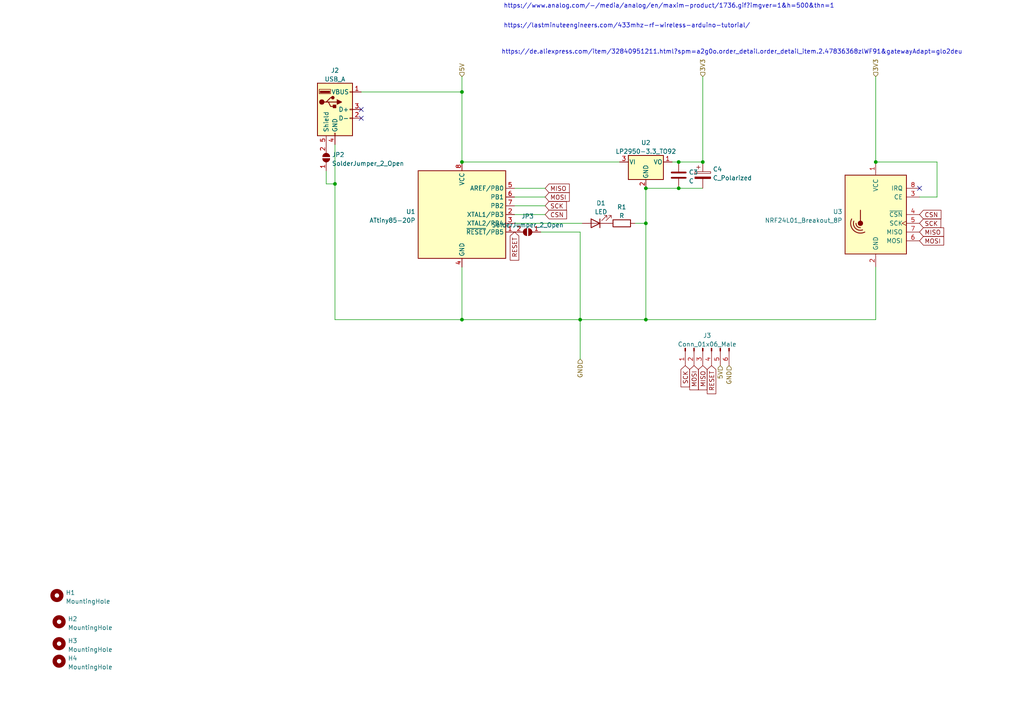
<source format=kicad_sch>
(kicad_sch (version 20211123) (generator eeschema)

  (uuid e63e39d7-6ac0-4ffd-8aa3-1841a4541b55)

  (paper "A4")

  (lib_symbols
    (symbol "Connector:Conn_01x06_Male" (pin_names (offset 1.016) hide) (in_bom yes) (on_board yes)
      (property "Reference" "J" (id 0) (at 0 7.62 0)
        (effects (font (size 1.27 1.27)))
      )
      (property "Value" "Conn_01x06_Male" (id 1) (at 0 -10.16 0)
        (effects (font (size 1.27 1.27)))
      )
      (property "Footprint" "" (id 2) (at 0 0 0)
        (effects (font (size 1.27 1.27)) hide)
      )
      (property "Datasheet" "~" (id 3) (at 0 0 0)
        (effects (font (size 1.27 1.27)) hide)
      )
      (property "ki_keywords" "connector" (id 4) (at 0 0 0)
        (effects (font (size 1.27 1.27)) hide)
      )
      (property "ki_description" "Generic connector, single row, 01x06, script generated (kicad-library-utils/schlib/autogen/connector/)" (id 5) (at 0 0 0)
        (effects (font (size 1.27 1.27)) hide)
      )
      (property "ki_fp_filters" "Connector*:*_1x??_*" (id 6) (at 0 0 0)
        (effects (font (size 1.27 1.27)) hide)
      )
      (symbol "Conn_01x06_Male_1_1"
        (polyline
          (pts
            (xy 1.27 -7.62)
            (xy 0.8636 -7.62)
          )
          (stroke (width 0.1524) (type default) (color 0 0 0 0))
          (fill (type none))
        )
        (polyline
          (pts
            (xy 1.27 -5.08)
            (xy 0.8636 -5.08)
          )
          (stroke (width 0.1524) (type default) (color 0 0 0 0))
          (fill (type none))
        )
        (polyline
          (pts
            (xy 1.27 -2.54)
            (xy 0.8636 -2.54)
          )
          (stroke (width 0.1524) (type default) (color 0 0 0 0))
          (fill (type none))
        )
        (polyline
          (pts
            (xy 1.27 0)
            (xy 0.8636 0)
          )
          (stroke (width 0.1524) (type default) (color 0 0 0 0))
          (fill (type none))
        )
        (polyline
          (pts
            (xy 1.27 2.54)
            (xy 0.8636 2.54)
          )
          (stroke (width 0.1524) (type default) (color 0 0 0 0))
          (fill (type none))
        )
        (polyline
          (pts
            (xy 1.27 5.08)
            (xy 0.8636 5.08)
          )
          (stroke (width 0.1524) (type default) (color 0 0 0 0))
          (fill (type none))
        )
        (rectangle (start 0.8636 -7.493) (end 0 -7.747)
          (stroke (width 0.1524) (type default) (color 0 0 0 0))
          (fill (type outline))
        )
        (rectangle (start 0.8636 -4.953) (end 0 -5.207)
          (stroke (width 0.1524) (type default) (color 0 0 0 0))
          (fill (type outline))
        )
        (rectangle (start 0.8636 -2.413) (end 0 -2.667)
          (stroke (width 0.1524) (type default) (color 0 0 0 0))
          (fill (type outline))
        )
        (rectangle (start 0.8636 0.127) (end 0 -0.127)
          (stroke (width 0.1524) (type default) (color 0 0 0 0))
          (fill (type outline))
        )
        (rectangle (start 0.8636 2.667) (end 0 2.413)
          (stroke (width 0.1524) (type default) (color 0 0 0 0))
          (fill (type outline))
        )
        (rectangle (start 0.8636 5.207) (end 0 4.953)
          (stroke (width 0.1524) (type default) (color 0 0 0 0))
          (fill (type outline))
        )
        (pin passive line (at 5.08 5.08 180) (length 3.81)
          (name "Pin_1" (effects (font (size 1.27 1.27))))
          (number "1" (effects (font (size 1.27 1.27))))
        )
        (pin passive line (at 5.08 2.54 180) (length 3.81)
          (name "Pin_2" (effects (font (size 1.27 1.27))))
          (number "2" (effects (font (size 1.27 1.27))))
        )
        (pin passive line (at 5.08 0 180) (length 3.81)
          (name "Pin_3" (effects (font (size 1.27 1.27))))
          (number "3" (effects (font (size 1.27 1.27))))
        )
        (pin passive line (at 5.08 -2.54 180) (length 3.81)
          (name "Pin_4" (effects (font (size 1.27 1.27))))
          (number "4" (effects (font (size 1.27 1.27))))
        )
        (pin passive line (at 5.08 -5.08 180) (length 3.81)
          (name "Pin_5" (effects (font (size 1.27 1.27))))
          (number "5" (effects (font (size 1.27 1.27))))
        )
        (pin passive line (at 5.08 -7.62 180) (length 3.81)
          (name "Pin_6" (effects (font (size 1.27 1.27))))
          (number "6" (effects (font (size 1.27 1.27))))
        )
      )
    )
    (symbol "Connector:USB_A" (pin_names (offset 1.016)) (in_bom yes) (on_board yes)
      (property "Reference" "J" (id 0) (at -5.08 11.43 0)
        (effects (font (size 1.27 1.27)) (justify left))
      )
      (property "Value" "USB_A" (id 1) (at -5.08 8.89 0)
        (effects (font (size 1.27 1.27)) (justify left))
      )
      (property "Footprint" "" (id 2) (at 3.81 -1.27 0)
        (effects (font (size 1.27 1.27)) hide)
      )
      (property "Datasheet" " ~" (id 3) (at 3.81 -1.27 0)
        (effects (font (size 1.27 1.27)) hide)
      )
      (property "ki_keywords" "connector USB" (id 4) (at 0 0 0)
        (effects (font (size 1.27 1.27)) hide)
      )
      (property "ki_description" "USB Type A connector" (id 5) (at 0 0 0)
        (effects (font (size 1.27 1.27)) hide)
      )
      (property "ki_fp_filters" "USB*" (id 6) (at 0 0 0)
        (effects (font (size 1.27 1.27)) hide)
      )
      (symbol "USB_A_0_1"
        (rectangle (start -5.08 -7.62) (end 5.08 7.62)
          (stroke (width 0.254) (type default) (color 0 0 0 0))
          (fill (type background))
        )
        (circle (center -3.81 2.159) (radius 0.635)
          (stroke (width 0.254) (type default) (color 0 0 0 0))
          (fill (type outline))
        )
        (rectangle (start -1.524 4.826) (end -4.318 5.334)
          (stroke (width 0) (type default) (color 0 0 0 0))
          (fill (type outline))
        )
        (rectangle (start -1.27 4.572) (end -4.572 5.842)
          (stroke (width 0) (type default) (color 0 0 0 0))
          (fill (type none))
        )
        (circle (center -0.635 3.429) (radius 0.381)
          (stroke (width 0.254) (type default) (color 0 0 0 0))
          (fill (type outline))
        )
        (rectangle (start -0.127 -7.62) (end 0.127 -6.858)
          (stroke (width 0) (type default) (color 0 0 0 0))
          (fill (type none))
        )
        (polyline
          (pts
            (xy -3.175 2.159)
            (xy -2.54 2.159)
            (xy -1.27 3.429)
            (xy -0.635 3.429)
          )
          (stroke (width 0.254) (type default) (color 0 0 0 0))
          (fill (type none))
        )
        (polyline
          (pts
            (xy -2.54 2.159)
            (xy -1.905 2.159)
            (xy -1.27 0.889)
            (xy 0 0.889)
          )
          (stroke (width 0.254) (type default) (color 0 0 0 0))
          (fill (type none))
        )
        (polyline
          (pts
            (xy 0.635 2.794)
            (xy 0.635 1.524)
            (xy 1.905 2.159)
            (xy 0.635 2.794)
          )
          (stroke (width 0.254) (type default) (color 0 0 0 0))
          (fill (type outline))
        )
        (rectangle (start 0.254 1.27) (end -0.508 0.508)
          (stroke (width 0.254) (type default) (color 0 0 0 0))
          (fill (type outline))
        )
        (rectangle (start 5.08 -2.667) (end 4.318 -2.413)
          (stroke (width 0) (type default) (color 0 0 0 0))
          (fill (type none))
        )
        (rectangle (start 5.08 -0.127) (end 4.318 0.127)
          (stroke (width 0) (type default) (color 0 0 0 0))
          (fill (type none))
        )
        (rectangle (start 5.08 4.953) (end 4.318 5.207)
          (stroke (width 0) (type default) (color 0 0 0 0))
          (fill (type none))
        )
      )
      (symbol "USB_A_1_1"
        (polyline
          (pts
            (xy -1.905 2.159)
            (xy 0.635 2.159)
          )
          (stroke (width 0.254) (type default) (color 0 0 0 0))
          (fill (type none))
        )
        (pin power_in line (at 7.62 5.08 180) (length 2.54)
          (name "VBUS" (effects (font (size 1.27 1.27))))
          (number "1" (effects (font (size 1.27 1.27))))
        )
        (pin bidirectional line (at 7.62 -2.54 180) (length 2.54)
          (name "D-" (effects (font (size 1.27 1.27))))
          (number "2" (effects (font (size 1.27 1.27))))
        )
        (pin bidirectional line (at 7.62 0 180) (length 2.54)
          (name "D+" (effects (font (size 1.27 1.27))))
          (number "3" (effects (font (size 1.27 1.27))))
        )
        (pin power_in line (at 0 -10.16 90) (length 2.54)
          (name "GND" (effects (font (size 1.27 1.27))))
          (number "4" (effects (font (size 1.27 1.27))))
        )
        (pin passive line (at -2.54 -10.16 90) (length 2.54)
          (name "Shield" (effects (font (size 1.27 1.27))))
          (number "5" (effects (font (size 1.27 1.27))))
        )
      )
    )
    (symbol "Device:C" (pin_numbers hide) (pin_names (offset 0.254)) (in_bom yes) (on_board yes)
      (property "Reference" "C" (id 0) (at 0.635 2.54 0)
        (effects (font (size 1.27 1.27)) (justify left))
      )
      (property "Value" "C" (id 1) (at 0.635 -2.54 0)
        (effects (font (size 1.27 1.27)) (justify left))
      )
      (property "Footprint" "" (id 2) (at 0.9652 -3.81 0)
        (effects (font (size 1.27 1.27)) hide)
      )
      (property "Datasheet" "~" (id 3) (at 0 0 0)
        (effects (font (size 1.27 1.27)) hide)
      )
      (property "ki_keywords" "cap capacitor" (id 4) (at 0 0 0)
        (effects (font (size 1.27 1.27)) hide)
      )
      (property "ki_description" "Unpolarized capacitor" (id 5) (at 0 0 0)
        (effects (font (size 1.27 1.27)) hide)
      )
      (property "ki_fp_filters" "C_*" (id 6) (at 0 0 0)
        (effects (font (size 1.27 1.27)) hide)
      )
      (symbol "C_0_1"
        (polyline
          (pts
            (xy -2.032 -0.762)
            (xy 2.032 -0.762)
          )
          (stroke (width 0.508) (type default) (color 0 0 0 0))
          (fill (type none))
        )
        (polyline
          (pts
            (xy -2.032 0.762)
            (xy 2.032 0.762)
          )
          (stroke (width 0.508) (type default) (color 0 0 0 0))
          (fill (type none))
        )
      )
      (symbol "C_1_1"
        (pin passive line (at 0 3.81 270) (length 2.794)
          (name "~" (effects (font (size 1.27 1.27))))
          (number "1" (effects (font (size 1.27 1.27))))
        )
        (pin passive line (at 0 -3.81 90) (length 2.794)
          (name "~" (effects (font (size 1.27 1.27))))
          (number "2" (effects (font (size 1.27 1.27))))
        )
      )
    )
    (symbol "Device:C_Polarized" (pin_numbers hide) (pin_names (offset 0.254)) (in_bom yes) (on_board yes)
      (property "Reference" "C" (id 0) (at 0.635 2.54 0)
        (effects (font (size 1.27 1.27)) (justify left))
      )
      (property "Value" "C_Polarized" (id 1) (at 0.635 -2.54 0)
        (effects (font (size 1.27 1.27)) (justify left))
      )
      (property "Footprint" "" (id 2) (at 0.9652 -3.81 0)
        (effects (font (size 1.27 1.27)) hide)
      )
      (property "Datasheet" "~" (id 3) (at 0 0 0)
        (effects (font (size 1.27 1.27)) hide)
      )
      (property "ki_keywords" "cap capacitor" (id 4) (at 0 0 0)
        (effects (font (size 1.27 1.27)) hide)
      )
      (property "ki_description" "Polarized capacitor" (id 5) (at 0 0 0)
        (effects (font (size 1.27 1.27)) hide)
      )
      (property "ki_fp_filters" "CP_*" (id 6) (at 0 0 0)
        (effects (font (size 1.27 1.27)) hide)
      )
      (symbol "C_Polarized_0_1"
        (rectangle (start -2.286 0.508) (end 2.286 1.016)
          (stroke (width 0) (type default) (color 0 0 0 0))
          (fill (type none))
        )
        (polyline
          (pts
            (xy -1.778 2.286)
            (xy -0.762 2.286)
          )
          (stroke (width 0) (type default) (color 0 0 0 0))
          (fill (type none))
        )
        (polyline
          (pts
            (xy -1.27 2.794)
            (xy -1.27 1.778)
          )
          (stroke (width 0) (type default) (color 0 0 0 0))
          (fill (type none))
        )
        (rectangle (start 2.286 -0.508) (end -2.286 -1.016)
          (stroke (width 0) (type default) (color 0 0 0 0))
          (fill (type outline))
        )
      )
      (symbol "C_Polarized_1_1"
        (pin passive line (at 0 3.81 270) (length 2.794)
          (name "~" (effects (font (size 1.27 1.27))))
          (number "1" (effects (font (size 1.27 1.27))))
        )
        (pin passive line (at 0 -3.81 90) (length 2.794)
          (name "~" (effects (font (size 1.27 1.27))))
          (number "2" (effects (font (size 1.27 1.27))))
        )
      )
    )
    (symbol "Device:LED" (pin_numbers hide) (pin_names (offset 1.016) hide) (in_bom yes) (on_board yes)
      (property "Reference" "D" (id 0) (at 0 2.54 0)
        (effects (font (size 1.27 1.27)))
      )
      (property "Value" "LED" (id 1) (at 0 -2.54 0)
        (effects (font (size 1.27 1.27)))
      )
      (property "Footprint" "" (id 2) (at 0 0 0)
        (effects (font (size 1.27 1.27)) hide)
      )
      (property "Datasheet" "~" (id 3) (at 0 0 0)
        (effects (font (size 1.27 1.27)) hide)
      )
      (property "ki_keywords" "LED diode" (id 4) (at 0 0 0)
        (effects (font (size 1.27 1.27)) hide)
      )
      (property "ki_description" "Light emitting diode" (id 5) (at 0 0 0)
        (effects (font (size 1.27 1.27)) hide)
      )
      (property "ki_fp_filters" "LED* LED_SMD:* LED_THT:*" (id 6) (at 0 0 0)
        (effects (font (size 1.27 1.27)) hide)
      )
      (symbol "LED_0_1"
        (polyline
          (pts
            (xy -1.27 -1.27)
            (xy -1.27 1.27)
          )
          (stroke (width 0.254) (type default) (color 0 0 0 0))
          (fill (type none))
        )
        (polyline
          (pts
            (xy -1.27 0)
            (xy 1.27 0)
          )
          (stroke (width 0) (type default) (color 0 0 0 0))
          (fill (type none))
        )
        (polyline
          (pts
            (xy 1.27 -1.27)
            (xy 1.27 1.27)
            (xy -1.27 0)
            (xy 1.27 -1.27)
          )
          (stroke (width 0.254) (type default) (color 0 0 0 0))
          (fill (type none))
        )
        (polyline
          (pts
            (xy -3.048 -0.762)
            (xy -4.572 -2.286)
            (xy -3.81 -2.286)
            (xy -4.572 -2.286)
            (xy -4.572 -1.524)
          )
          (stroke (width 0) (type default) (color 0 0 0 0))
          (fill (type none))
        )
        (polyline
          (pts
            (xy -1.778 -0.762)
            (xy -3.302 -2.286)
            (xy -2.54 -2.286)
            (xy -3.302 -2.286)
            (xy -3.302 -1.524)
          )
          (stroke (width 0) (type default) (color 0 0 0 0))
          (fill (type none))
        )
      )
      (symbol "LED_1_1"
        (pin passive line (at -3.81 0 0) (length 2.54)
          (name "K" (effects (font (size 1.27 1.27))))
          (number "1" (effects (font (size 1.27 1.27))))
        )
        (pin passive line (at 3.81 0 180) (length 2.54)
          (name "A" (effects (font (size 1.27 1.27))))
          (number "2" (effects (font (size 1.27 1.27))))
        )
      )
    )
    (symbol "Device:R" (pin_numbers hide) (pin_names (offset 0)) (in_bom yes) (on_board yes)
      (property "Reference" "R" (id 0) (at 2.032 0 90)
        (effects (font (size 1.27 1.27)))
      )
      (property "Value" "R" (id 1) (at 0 0 90)
        (effects (font (size 1.27 1.27)))
      )
      (property "Footprint" "" (id 2) (at -1.778 0 90)
        (effects (font (size 1.27 1.27)) hide)
      )
      (property "Datasheet" "~" (id 3) (at 0 0 0)
        (effects (font (size 1.27 1.27)) hide)
      )
      (property "ki_keywords" "R res resistor" (id 4) (at 0 0 0)
        (effects (font (size 1.27 1.27)) hide)
      )
      (property "ki_description" "Resistor" (id 5) (at 0 0 0)
        (effects (font (size 1.27 1.27)) hide)
      )
      (property "ki_fp_filters" "R_*" (id 6) (at 0 0 0)
        (effects (font (size 1.27 1.27)) hide)
      )
      (symbol "R_0_1"
        (rectangle (start -1.016 -2.54) (end 1.016 2.54)
          (stroke (width 0.254) (type default) (color 0 0 0 0))
          (fill (type none))
        )
      )
      (symbol "R_1_1"
        (pin passive line (at 0 3.81 270) (length 1.27)
          (name "~" (effects (font (size 1.27 1.27))))
          (number "1" (effects (font (size 1.27 1.27))))
        )
        (pin passive line (at 0 -3.81 90) (length 1.27)
          (name "~" (effects (font (size 1.27 1.27))))
          (number "2" (effects (font (size 1.27 1.27))))
        )
      )
    )
    (symbol "Jumper:SolderJumper_2_Open" (pin_names (offset 0) hide) (in_bom yes) (on_board yes)
      (property "Reference" "JP" (id 0) (at 0 2.032 0)
        (effects (font (size 1.27 1.27)))
      )
      (property "Value" "SolderJumper_2_Open" (id 1) (at 0 -2.54 0)
        (effects (font (size 1.27 1.27)))
      )
      (property "Footprint" "" (id 2) (at 0 0 0)
        (effects (font (size 1.27 1.27)) hide)
      )
      (property "Datasheet" "~" (id 3) (at 0 0 0)
        (effects (font (size 1.27 1.27)) hide)
      )
      (property "ki_keywords" "solder jumper SPST" (id 4) (at 0 0 0)
        (effects (font (size 1.27 1.27)) hide)
      )
      (property "ki_description" "Solder Jumper, 2-pole, open" (id 5) (at 0 0 0)
        (effects (font (size 1.27 1.27)) hide)
      )
      (property "ki_fp_filters" "SolderJumper*Open*" (id 6) (at 0 0 0)
        (effects (font (size 1.27 1.27)) hide)
      )
      (symbol "SolderJumper_2_Open_0_1"
        (arc (start -0.254 1.016) (mid -1.27 0) (end -0.254 -1.016)
          (stroke (width 0) (type default) (color 0 0 0 0))
          (fill (type none))
        )
        (arc (start -0.254 1.016) (mid -1.27 0) (end -0.254 -1.016)
          (stroke (width 0) (type default) (color 0 0 0 0))
          (fill (type outline))
        )
        (polyline
          (pts
            (xy -0.254 1.016)
            (xy -0.254 -1.016)
          )
          (stroke (width 0) (type default) (color 0 0 0 0))
          (fill (type none))
        )
        (polyline
          (pts
            (xy 0.254 1.016)
            (xy 0.254 -1.016)
          )
          (stroke (width 0) (type default) (color 0 0 0 0))
          (fill (type none))
        )
        (arc (start 0.254 -1.016) (mid 1.27 0) (end 0.254 1.016)
          (stroke (width 0) (type default) (color 0 0 0 0))
          (fill (type none))
        )
        (arc (start 0.254 -1.016) (mid 1.27 0) (end 0.254 1.016)
          (stroke (width 0) (type default) (color 0 0 0 0))
          (fill (type outline))
        )
      )
      (symbol "SolderJumper_2_Open_1_1"
        (pin passive line (at -3.81 0 0) (length 2.54)
          (name "A" (effects (font (size 1.27 1.27))))
          (number "1" (effects (font (size 1.27 1.27))))
        )
        (pin passive line (at 3.81 0 180) (length 2.54)
          (name "B" (effects (font (size 1.27 1.27))))
          (number "2" (effects (font (size 1.27 1.27))))
        )
      )
    )
    (symbol "MCU_Microchip_ATtiny:ATtiny85-20P" (in_bom yes) (on_board yes)
      (property "Reference" "U" (id 0) (at -12.7 13.97 0)
        (effects (font (size 1.27 1.27)) (justify left bottom))
      )
      (property "Value" "ATtiny85-20P" (id 1) (at 2.54 -13.97 0)
        (effects (font (size 1.27 1.27)) (justify left top))
      )
      (property "Footprint" "Package_DIP:DIP-8_W7.62mm" (id 2) (at 0 0 0)
        (effects (font (size 1.27 1.27) italic) hide)
      )
      (property "Datasheet" "http://ww1.microchip.com/downloads/en/DeviceDoc/atmel-2586-avr-8-bit-microcontroller-attiny25-attiny45-attiny85_datasheet.pdf" (id 3) (at 0 0 0)
        (effects (font (size 1.27 1.27)) hide)
      )
      (property "ki_keywords" "AVR 8bit Microcontroller tinyAVR" (id 4) (at 0 0 0)
        (effects (font (size 1.27 1.27)) hide)
      )
      (property "ki_description" "20MHz, 8kB Flash, 512B SRAM, 512B EEPROM, debugWIRE, DIP-8" (id 5) (at 0 0 0)
        (effects (font (size 1.27 1.27)) hide)
      )
      (property "ki_fp_filters" "DIP*W7.62mm*" (id 6) (at 0 0 0)
        (effects (font (size 1.27 1.27)) hide)
      )
      (symbol "ATtiny85-20P_0_1"
        (rectangle (start -12.7 -12.7) (end 12.7 12.7)
          (stroke (width 0.254) (type default) (color 0 0 0 0))
          (fill (type background))
        )
      )
      (symbol "ATtiny85-20P_1_1"
        (pin bidirectional line (at 15.24 -5.08 180) (length 2.54)
          (name "~{RESET}/PB5" (effects (font (size 1.27 1.27))))
          (number "1" (effects (font (size 1.27 1.27))))
        )
        (pin bidirectional line (at 15.24 0 180) (length 2.54)
          (name "XTAL1/PB3" (effects (font (size 1.27 1.27))))
          (number "2" (effects (font (size 1.27 1.27))))
        )
        (pin bidirectional line (at 15.24 -2.54 180) (length 2.54)
          (name "XTAL2/PB4" (effects (font (size 1.27 1.27))))
          (number "3" (effects (font (size 1.27 1.27))))
        )
        (pin power_in line (at 0 -15.24 90) (length 2.54)
          (name "GND" (effects (font (size 1.27 1.27))))
          (number "4" (effects (font (size 1.27 1.27))))
        )
        (pin bidirectional line (at 15.24 7.62 180) (length 2.54)
          (name "AREF/PB0" (effects (font (size 1.27 1.27))))
          (number "5" (effects (font (size 1.27 1.27))))
        )
        (pin bidirectional line (at 15.24 5.08 180) (length 2.54)
          (name "PB1" (effects (font (size 1.27 1.27))))
          (number "6" (effects (font (size 1.27 1.27))))
        )
        (pin bidirectional line (at 15.24 2.54 180) (length 2.54)
          (name "PB2" (effects (font (size 1.27 1.27))))
          (number "7" (effects (font (size 1.27 1.27))))
        )
        (pin power_in line (at 0 15.24 270) (length 2.54)
          (name "VCC" (effects (font (size 1.27 1.27))))
          (number "8" (effects (font (size 1.27 1.27))))
        )
      )
    )
    (symbol "Mechanical:MountingHole" (pin_names (offset 1.016)) (in_bom yes) (on_board yes)
      (property "Reference" "H" (id 0) (at 0 5.08 0)
        (effects (font (size 1.27 1.27)))
      )
      (property "Value" "MountingHole" (id 1) (at 0 3.175 0)
        (effects (font (size 1.27 1.27)))
      )
      (property "Footprint" "" (id 2) (at 0 0 0)
        (effects (font (size 1.27 1.27)) hide)
      )
      (property "Datasheet" "~" (id 3) (at 0 0 0)
        (effects (font (size 1.27 1.27)) hide)
      )
      (property "ki_keywords" "mounting hole" (id 4) (at 0 0 0)
        (effects (font (size 1.27 1.27)) hide)
      )
      (property "ki_description" "Mounting Hole without connection" (id 5) (at 0 0 0)
        (effects (font (size 1.27 1.27)) hide)
      )
      (property "ki_fp_filters" "MountingHole*" (id 6) (at 0 0 0)
        (effects (font (size 1.27 1.27)) hide)
      )
      (symbol "MountingHole_0_1"
        (circle (center 0 0) (radius 1.27)
          (stroke (width 1.27) (type default) (color 0 0 0 0))
          (fill (type none))
        )
      )
    )
    (symbol "RF:NRF24L01_Breakout_8P" (pin_names (offset 1.016)) (in_bom yes) (on_board yes)
      (property "Reference" "U" (id 0) (at -8.89 12.7 0)
        (effects (font (size 1.27 1.27)) (justify left))
      )
      (property "Value" "NRF24L01_Breakout_8P" (id 1) (at 3.81 12.7 0)
        (effects (font (size 1.27 1.27)) (justify left))
      )
      (property "Footprint" "RF_Module:NRF24L01-Module-SMD" (id 2) (at 3.81 15.24 0)
        (effects (font (size 1.27 1.27) italic) (justify left) hide)
      )
      (property "Datasheet" "http://www.nordicsemi.com/eng/content/download/2730/34105/file/nRF24L01_Product_Specification_v2_0.pdf" (id 3) (at 0 -2.54 0)
        (effects (font (size 1.27 1.27)) hide)
      )
      (property "ki_keywords" "Low Power RF Transciever breakout carrier" (id 4) (at 0 0 0)
        (effects (font (size 1.27 1.27)) hide)
      )
      (property "ki_description" "Ultra low power 2.4GHz RF Transceiver, Carrier PCB" (id 5) (at 0 0 0)
        (effects (font (size 1.27 1.27)) hide)
      )
      (property "ki_fp_filters" "nRF24L01*Breakout*" (id 6) (at 0 0 0)
        (effects (font (size 1.27 1.27)) hide)
      )
      (symbol "NRF24L01_Breakout_8P_0_1"
        (rectangle (start -8.89 11.43) (end 8.89 -11.43)
          (stroke (width 0.254) (type default) (color 0 0 0 0))
          (fill (type background))
        )
        (polyline
          (pts
            (xy 4.445 1.905)
            (xy 4.445 -1.27)
          )
          (stroke (width 0.254) (type default) (color 0 0 0 0))
          (fill (type none))
        )
        (circle (center 4.445 2.54) (radius 0.635)
          (stroke (width 0.254) (type default) (color 0 0 0 0))
          (fill (type outline))
        )
        (arc (start 5.715 2.54) (mid 5.3521 3.4546) (end 4.445 3.81)
          (stroke (width 0.254) (type default) (color 0 0 0 0))
          (fill (type none))
        )
        (arc (start 6.35 1.905) (mid 5.8763 3.9854) (end 3.81 4.445)
          (stroke (width 0.254) (type default) (color 0 0 0 0))
          (fill (type none))
        )
        (arc (start 6.985 1.27) (mid 6.453 4.548) (end 3.175 5.08)
          (stroke (width 0.254) (type default) (color 0 0 0 0))
          (fill (type none))
        )
      )
      (symbol "NRF24L01_Breakout_8P_1_1"
        (pin power_in line (at 0 -15.24 90) (length 3.81)
          (name "VCC" (effects (font (size 1.27 1.27))))
          (number "1" (effects (font (size 1.27 1.27))))
        )
        (pin power_in line (at 0 15.24 270) (length 3.81)
          (name "GND" (effects (font (size 1.27 1.27))))
          (number "2" (effects (font (size 1.27 1.27))))
        )
        (pin input line (at -12.7 -5.08 0) (length 3.81)
          (name "CE" (effects (font (size 1.27 1.27))))
          (number "3" (effects (font (size 1.27 1.27))))
        )
        (pin input line (at -12.7 0 0) (length 3.81)
          (name "~{CSN}" (effects (font (size 1.27 1.27))))
          (number "4" (effects (font (size 1.27 1.27))))
        )
        (pin input clock (at -12.7 2.54 0) (length 3.81)
          (name "SCK" (effects (font (size 1.27 1.27))))
          (number "5" (effects (font (size 1.27 1.27))))
        )
        (pin input line (at -12.7 7.62 0) (length 3.81)
          (name "MOSI" (effects (font (size 1.27 1.27))))
          (number "6" (effects (font (size 1.27 1.27))))
        )
        (pin output line (at -12.7 5.08 0) (length 3.81)
          (name "MISO" (effects (font (size 1.27 1.27))))
          (number "7" (effects (font (size 1.27 1.27))))
        )
        (pin output line (at -12.7 -7.62 0) (length 3.81)
          (name "IRQ" (effects (font (size 1.27 1.27))))
          (number "8" (effects (font (size 1.27 1.27))))
        )
      )
    )
    (symbol "Regulator_Linear:LP2950-3.3_TO92" (pin_names (offset 0.254)) (in_bom yes) (on_board yes)
      (property "Reference" "U" (id 0) (at -3.81 3.175 0)
        (effects (font (size 1.27 1.27)))
      )
      (property "Value" "LP2950-3.3_TO92" (id 1) (at 0 3.175 0)
        (effects (font (size 1.27 1.27)) (justify left))
      )
      (property "Footprint" "Package_TO_SOT_THT:TO-92_Inline" (id 2) (at 0 5.715 0)
        (effects (font (size 1.27 1.27) italic) hide)
      )
      (property "Datasheet" "http://www.ti.com/lit/ds/symlink/lp2950.pdf" (id 3) (at 0 -1.27 0)
        (effects (font (size 1.27 1.27)) hide)
      )
      (property "ki_keywords" "Micropower Voltage Regulator 100mA Positive" (id 4) (at 0 0 0)
        (effects (font (size 1.27 1.27)) hide)
      )
      (property "ki_description" "Positive 100mA 30V Linear Micropower Voltage Regulator, Fixed Output 3.3V, TO-92" (id 5) (at 0 0 0)
        (effects (font (size 1.27 1.27)) hide)
      )
      (property "ki_fp_filters" "TO?92*" (id 6) (at 0 0 0)
        (effects (font (size 1.27 1.27)) hide)
      )
      (symbol "LP2950-3.3_TO92_0_1"
        (rectangle (start -5.08 -5.08) (end 5.08 1.905)
          (stroke (width 0.254) (type default) (color 0 0 0 0))
          (fill (type background))
        )
      )
      (symbol "LP2950-3.3_TO92_1_1"
        (pin power_out line (at 7.62 0 180) (length 2.54)
          (name "VO" (effects (font (size 1.27 1.27))))
          (number "1" (effects (font (size 1.27 1.27))))
        )
        (pin power_in line (at 0 -7.62 90) (length 2.54)
          (name "GND" (effects (font (size 1.27 1.27))))
          (number "2" (effects (font (size 1.27 1.27))))
        )
        (pin power_in line (at -7.62 0 0) (length 2.54)
          (name "VI" (effects (font (size 1.27 1.27))))
          (number "3" (effects (font (size 1.27 1.27))))
        )
      )
    )
  )

  (junction (at 168.275 92.71) (diameter 0) (color 0 0 0 0)
    (uuid 2fd01a2f-314f-4a06-b7c3-228477fcc13b)
  )
  (junction (at 133.985 92.71) (diameter 0) (color 0 0 0 0)
    (uuid 39b6db3e-edb5-4c84-a6f2-352d3276e7d2)
  )
  (junction (at 97.155 53.34) (diameter 0) (color 0 0 0 0)
    (uuid 4ca9f5a3-540a-479a-87c9-f2a2b6f53147)
  )
  (junction (at 133.985 46.99) (diameter 0) (color 0 0 0 0)
    (uuid 50dd1bda-06b2-438a-83d2-22fb4a116aff)
  )
  (junction (at 187.325 92.71) (diameter 0) (color 0 0 0 0)
    (uuid 674e34c3-71bd-49c5-a33e-478ec9ec7c98)
  )
  (junction (at 254 46.99) (diameter 0) (color 0 0 0 0)
    (uuid 83fccf6d-6935-4a49-9b58-478edd62dc76)
  )
  (junction (at 133.985 26.67) (diameter 0) (color 0 0 0 0)
    (uuid 96e7638a-942d-4fb8-bf56-e0af7f719acb)
  )
  (junction (at 196.85 54.61) (diameter 0) (color 0 0 0 0)
    (uuid 9efc8863-aa5c-49c6-bfbc-edfcb202ed3b)
  )
  (junction (at 203.835 46.99) (diameter 0) (color 0 0 0 0)
    (uuid a92aa89b-a1aa-48e1-b573-9ad7ad488d39)
  )
  (junction (at 196.85 46.99) (diameter 0) (color 0 0 0 0)
    (uuid adf1783b-ea66-4e3e-9744-63d63a8e8448)
  )
  (junction (at 187.325 54.61) (diameter 0) (color 0 0 0 0)
    (uuid b2bd7670-a208-48dc-b270-2f6e2102a9d1)
  )
  (junction (at 187.325 64.77) (diameter 0) (color 0 0 0 0)
    (uuid e3ab32a2-d24b-4fb6-8355-a8aa2f4d46d8)
  )

  (no_connect (at 104.775 34.29) (uuid d97b2e4f-54c6-42ed-8fc3-d2dd9b33c637))
  (no_connect (at 104.775 31.75) (uuid d97b2e4f-54c6-42ed-8fc3-d2dd9b33c637))
  (no_connect (at 266.7 54.61) (uuid f1546a26-51c9-490a-9f72-51c9171bddf3))

  (wire (pts (xy 149.225 54.61) (xy 158.115 54.61))
    (stroke (width 0) (type default) (color 0 0 0 0))
    (uuid 0183a099-6538-4740-a636-f951011ac2ad)
  )
  (wire (pts (xy 254 22.225) (xy 254 46.99))
    (stroke (width 0) (type default) (color 0 0 0 0))
    (uuid 0bac75f7-c3c3-497e-ba7f-78f366e52603)
  )
  (wire (pts (xy 254 77.47) (xy 254 92.71))
    (stroke (width 0) (type default) (color 0 0 0 0))
    (uuid 188127c2-d874-41b5-8884-2146c127859b)
  )
  (wire (pts (xy 149.225 64.77) (xy 168.91 64.77))
    (stroke (width 0) (type default) (color 0 0 0 0))
    (uuid 242fe0f1-7aa3-4b71-abb8-d2f9c64b1b56)
  )
  (wire (pts (xy 187.325 92.71) (xy 254 92.71))
    (stroke (width 0) (type default) (color 0 0 0 0))
    (uuid 265cc628-fd38-4693-a802-00dd65867948)
  )
  (wire (pts (xy 104.775 26.67) (xy 133.985 26.67))
    (stroke (width 0) (type default) (color 0 0 0 0))
    (uuid 298ce7f6-dc58-42e5-8ede-5d55a8157e89)
  )
  (wire (pts (xy 203.835 22.225) (xy 203.835 46.99))
    (stroke (width 0) (type default) (color 0 0 0 0))
    (uuid 2ecbcf3e-a7c7-41e0-9386-e34e0ca2de2a)
  )
  (wire (pts (xy 133.985 46.99) (xy 179.705 46.99))
    (stroke (width 0) (type default) (color 0 0 0 0))
    (uuid 309e5532-4d52-49af-a1e7-8c3e0431800e)
  )
  (wire (pts (xy 196.85 54.61) (xy 203.835 54.61))
    (stroke (width 0) (type default) (color 0 0 0 0))
    (uuid 37df38fb-2e34-4da8-930d-fd913760cc86)
  )
  (wire (pts (xy 133.985 92.71) (xy 168.275 92.71))
    (stroke (width 0) (type default) (color 0 0 0 0))
    (uuid 4eee3ee8-44fe-4304-ad94-6f2b33e6265a)
  )
  (wire (pts (xy 149.225 62.23) (xy 158.115 62.23))
    (stroke (width 0) (type default) (color 0 0 0 0))
    (uuid 4f99ef2b-1305-4f22-bddd-ac16541d18b2)
  )
  (wire (pts (xy 94.615 53.34) (xy 97.155 53.34))
    (stroke (width 0) (type default) (color 0 0 0 0))
    (uuid 65cac62c-0f7f-4da7-b41e-408ffa812655)
  )
  (wire (pts (xy 271.78 46.99) (xy 271.78 57.15))
    (stroke (width 0) (type default) (color 0 0 0 0))
    (uuid 681c7591-8880-4899-a52e-867c99f48259)
  )
  (wire (pts (xy 184.15 64.77) (xy 187.325 64.77))
    (stroke (width 0) (type default) (color 0 0 0 0))
    (uuid 774c284a-c917-4a6f-8fbd-add6b6ba41ff)
  )
  (wire (pts (xy 133.985 22.225) (xy 133.985 26.67))
    (stroke (width 0) (type default) (color 0 0 0 0))
    (uuid 8dd81648-430f-4328-9784-c8d9aad7b841)
  )
  (wire (pts (xy 97.155 92.71) (xy 133.985 92.71))
    (stroke (width 0) (type default) (color 0 0 0 0))
    (uuid 8e234e0e-eb8a-4562-9927-de9fe624f266)
  )
  (wire (pts (xy 149.225 57.15) (xy 158.115 57.15))
    (stroke (width 0) (type default) (color 0 0 0 0))
    (uuid 98576b27-23d4-4da0-80fc-b8cae9e1cd39)
  )
  (wire (pts (xy 168.275 92.71) (xy 168.275 104.14))
    (stroke (width 0) (type default) (color 0 0 0 0))
    (uuid 99cabdb1-8931-4012-a721-c21208499ab3)
  )
  (wire (pts (xy 194.945 46.99) (xy 196.85 46.99))
    (stroke (width 0) (type default) (color 0 0 0 0))
    (uuid 9aafe6b1-2727-4203-97f6-da261f0f2f09)
  )
  (wire (pts (xy 133.985 77.47) (xy 133.985 92.71))
    (stroke (width 0) (type default) (color 0 0 0 0))
    (uuid a5c2bd0f-354e-47ca-868a-29387671b1ee)
  )
  (wire (pts (xy 254 46.99) (xy 271.78 46.99))
    (stroke (width 0) (type default) (color 0 0 0 0))
    (uuid a68989b4-e61d-46e7-8dde-90ecb54a6c4c)
  )
  (wire (pts (xy 156.845 67.31) (xy 168.275 67.31))
    (stroke (width 0) (type default) (color 0 0 0 0))
    (uuid b047ff12-846b-410d-b3b4-1a9e4d17b65d)
  )
  (wire (pts (xy 168.275 92.71) (xy 187.325 92.71))
    (stroke (width 0) (type default) (color 0 0 0 0))
    (uuid cf4566a6-171a-45dd-9a10-737de527a224)
  )
  (wire (pts (xy 97.155 41.91) (xy 97.155 53.34))
    (stroke (width 0) (type default) (color 0 0 0 0))
    (uuid d239a2d7-383c-4009-80a8-09e800256036)
  )
  (wire (pts (xy 266.7 57.15) (xy 271.78 57.15))
    (stroke (width 0) (type default) (color 0 0 0 0))
    (uuid d3758b08-751b-49e7-bfcb-df882ebbc905)
  )
  (wire (pts (xy 187.325 64.77) (xy 187.325 92.71))
    (stroke (width 0) (type default) (color 0 0 0 0))
    (uuid d6e02332-a94a-43a1-af01-03917be18b98)
  )
  (wire (pts (xy 187.325 54.61) (xy 196.85 54.61))
    (stroke (width 0) (type default) (color 0 0 0 0))
    (uuid dbffaa90-df35-43a5-b00b-24771f4d6572)
  )
  (wire (pts (xy 196.85 46.99) (xy 203.835 46.99))
    (stroke (width 0) (type default) (color 0 0 0 0))
    (uuid dcc69217-ab49-4560-a023-40e03d3becef)
  )
  (wire (pts (xy 133.985 26.67) (xy 133.985 46.99))
    (stroke (width 0) (type default) (color 0 0 0 0))
    (uuid e1128f40-2630-4424-9717-1ca076abff62)
  )
  (wire (pts (xy 187.325 54.61) (xy 187.325 64.77))
    (stroke (width 0) (type default) (color 0 0 0 0))
    (uuid e1c3832d-e01b-4e5b-89bc-440040e02fea)
  )
  (wire (pts (xy 149.225 59.69) (xy 158.115 59.69))
    (stroke (width 0) (type default) (color 0 0 0 0))
    (uuid e6e8c033-a917-4870-9b9d-af94b88b218a)
  )
  (wire (pts (xy 97.155 53.34) (xy 97.155 92.71))
    (stroke (width 0) (type default) (color 0 0 0 0))
    (uuid e6f3ca84-8896-47e7-a8f4-6f33539f0027)
  )
  (wire (pts (xy 94.615 49.53) (xy 94.615 53.34))
    (stroke (width 0) (type default) (color 0 0 0 0))
    (uuid ea5086dd-401c-488b-a4ca-59240a2a7f63)
  )
  (wire (pts (xy 168.275 67.31) (xy 168.275 92.71))
    (stroke (width 0) (type default) (color 0 0 0 0))
    (uuid ee73db22-8c3f-4535-b1f1-24cf681a0352)
  )

  (text "https://www.analog.com/-/media/analog/en/maxim-product/1736.gif?imgver=1&h=500&thn=1"
    (at 146.05 2.54 0)
    (effects (font (size 1.27 1.27)) (justify left bottom))
    (uuid 01422660-08c8-48f3-98ca-26cbe7f98f5b)
  )
  (text "https://de.aliexpress.com/item/32840951211.html?spm=a2g0o.order_detail.order_detail_item.2.47836368zlWF91&gatewayAdapt=glo2deu"
    (at 145.415 15.875 0)
    (effects (font (size 1.27 1.27)) (justify left bottom))
    (uuid 8326c248-4963-4df7-8949-20fc1935f203)
  )
  (text "https://lastminuteengineers.com/433mhz-rf-wireless-arduino-tutorial/"
    (at 146.05 8.255 0)
    (effects (font (size 1.27 1.27)) (justify left bottom))
    (uuid fa4643d2-2d29-4206-89d3-2ea6041fc5c2)
  )

  (global_label "RESET" (shape input) (at 206.375 106.045 270) (fields_autoplaced)
    (effects (font (size 1.27 1.27)) (justify right))
    (uuid 1d8a20f9-7ca5-4e2e-be93-cedad14865ed)
    (property "Intersheet References" "${INTERSHEET_REFS}" (id 0) (at 206.2956 114.2033 90)
      (effects (font (size 1.27 1.27)) (justify right) hide)
    )
  )
  (global_label "MISO" (shape input) (at 266.7 67.31 0) (fields_autoplaced)
    (effects (font (size 1.27 1.27)) (justify left))
    (uuid 31c9a49f-af8b-4ff4-8c3d-0e81d50b079e)
    (property "Intersheet References" "${INTERSHEET_REFS}" (id 0) (at 273.7093 67.2306 0)
      (effects (font (size 1.27 1.27)) (justify left) hide)
    )
  )
  (global_label "MOSI" (shape input) (at 158.115 57.15 0) (fields_autoplaced)
    (effects (font (size 1.27 1.27)) (justify left))
    (uuid 414b72ea-545f-4ba0-90bc-a1800294c1b9)
    (property "Intersheet References" "${INTERSHEET_REFS}" (id 0) (at 165.1243 57.0706 0)
      (effects (font (size 1.27 1.27)) (justify left) hide)
    )
  )
  (global_label "CSN" (shape input) (at 158.115 62.23 0) (fields_autoplaced)
    (effects (font (size 1.27 1.27)) (justify left))
    (uuid 5469c7c4-8cc7-47c7-8827-4438d812731a)
    (property "Intersheet References" "${INTERSHEET_REFS}" (id 0) (at 164.3381 62.1506 0)
      (effects (font (size 1.27 1.27)) (justify left) hide)
    )
  )
  (global_label "CSN" (shape input) (at 266.7 62.23 0) (fields_autoplaced)
    (effects (font (size 1.27 1.27)) (justify left))
    (uuid 61725e61-dc2d-45b9-9cea-00da91ff2643)
    (property "Intersheet References" "${INTERSHEET_REFS}" (id 0) (at 272.9231 62.1506 0)
      (effects (font (size 1.27 1.27)) (justify left) hide)
    )
  )
  (global_label "MISO" (shape input) (at 158.115 54.61 0) (fields_autoplaced)
    (effects (font (size 1.27 1.27)) (justify left))
    (uuid 69e2e47e-1a0d-4eaf-9dbd-027c644c9af2)
    (property "Intersheet References" "${INTERSHEET_REFS}" (id 0) (at 165.1243 54.5306 0)
      (effects (font (size 1.27 1.27)) (justify left) hide)
    )
  )
  (global_label "SCK" (shape input) (at 198.755 106.045 270) (fields_autoplaced)
    (effects (font (size 1.27 1.27)) (justify right))
    (uuid 9f7d1440-27c1-4d45-be98-22d8b69d4019)
    (property "Intersheet References" "${INTERSHEET_REFS}" (id 0) (at 198.6756 112.2076 90)
      (effects (font (size 1.27 1.27)) (justify right) hide)
    )
  )
  (global_label "RESET" (shape input) (at 149.225 67.31 270) (fields_autoplaced)
    (effects (font (size 1.27 1.27)) (justify right))
    (uuid a2a9f54f-77f9-40e0-a501-f519a44cfaa5)
    (property "Intersheet References" "${INTERSHEET_REFS}" (id 0) (at 149.1456 75.4683 90)
      (effects (font (size 1.27 1.27)) (justify right) hide)
    )
  )
  (global_label "MOSI" (shape input) (at 266.7 69.85 0) (fields_autoplaced)
    (effects (font (size 1.27 1.27)) (justify left))
    (uuid bbbe5430-2539-4687-a35d-bca6d81ccaa5)
    (property "Intersheet References" "${INTERSHEET_REFS}" (id 0) (at 273.7093 69.7706 0)
      (effects (font (size 1.27 1.27)) (justify left) hide)
    )
  )
  (global_label "SCK" (shape input) (at 158.115 59.69 0) (fields_autoplaced)
    (effects (font (size 1.27 1.27)) (justify left))
    (uuid c59324ab-c01c-464f-bd01-a1cffe4e3a14)
    (property "Intersheet References" "${INTERSHEET_REFS}" (id 0) (at 164.2776 59.6106 0)
      (effects (font (size 1.27 1.27)) (justify left) hide)
    )
  )
  (global_label "MISO" (shape input) (at 203.835 106.045 270) (fields_autoplaced)
    (effects (font (size 1.27 1.27)) (justify right))
    (uuid e051e11b-41de-4586-92ac-42914538f75b)
    (property "Intersheet References" "${INTERSHEET_REFS}" (id 0) (at 203.7556 113.0543 90)
      (effects (font (size 1.27 1.27)) (justify right) hide)
    )
  )
  (global_label "SCK" (shape input) (at 266.7 64.77 0) (fields_autoplaced)
    (effects (font (size 1.27 1.27)) (justify left))
    (uuid e5e2d456-003a-4754-8072-35d2bc624edb)
    (property "Intersheet References" "${INTERSHEET_REFS}" (id 0) (at 272.8626 64.6906 0)
      (effects (font (size 1.27 1.27)) (justify left) hide)
    )
  )
  (global_label "MOSI" (shape input) (at 201.295 106.045 270) (fields_autoplaced)
    (effects (font (size 1.27 1.27)) (justify right))
    (uuid f174cdf2-3b8b-4f82-96ba-d018983561cc)
    (property "Intersheet References" "${INTERSHEET_REFS}" (id 0) (at 201.2156 113.0543 90)
      (effects (font (size 1.27 1.27)) (justify right) hide)
    )
  )

  (hierarchical_label "GND" (shape input) (at 211.455 106.045 270)
    (effects (font (size 1.27 1.27)) (justify right))
    (uuid 54da6d2e-80cb-47bc-b21c-a02359069df6)
  )
  (hierarchical_label "5V" (shape input) (at 133.985 22.225 90)
    (effects (font (size 1.27 1.27)) (justify left))
    (uuid 6f975a42-1096-4081-b54d-d9a43001a64a)
  )
  (hierarchical_label "5V" (shape input) (at 208.915 106.045 270)
    (effects (font (size 1.27 1.27)) (justify right))
    (uuid 89fd39d5-0a28-42f2-bcd3-04bbc58472a2)
  )
  (hierarchical_label "GND" (shape input) (at 168.275 104.14 270)
    (effects (font (size 1.27 1.27)) (justify right))
    (uuid b11ba308-6705-4930-95a2-5bdd5d551a0b)
  )
  (hierarchical_label "3V3" (shape input) (at 203.835 22.225 90)
    (effects (font (size 1.27 1.27)) (justify left))
    (uuid d2017409-fbbf-4cef-a069-85452552d341)
  )
  (hierarchical_label "3V3" (shape input) (at 254 22.225 90)
    (effects (font (size 1.27 1.27)) (justify left))
    (uuid eb7a4f1f-70a6-4914-a100-2fc8cceb7380)
  )

  (symbol (lib_id "Device:C") (at 196.85 50.8 0) (unit 1)
    (in_bom yes) (on_board yes) (fields_autoplaced)
    (uuid 1bb19858-49a7-4042-894d-08566f4ad850)
    (property "Reference" "C3" (id 0) (at 199.771 49.9653 0)
      (effects (font (size 1.27 1.27)) (justify left))
    )
    (property "Value" "C" (id 1) (at 199.771 52.5022 0)
      (effects (font (size 1.27 1.27)) (justify left))
    )
    (property "Footprint" "Capacitor_THT:C_Disc_D3.0mm_W1.6mm_P2.50mm" (id 2) (at 197.8152 54.61 0)
      (effects (font (size 1.27 1.27)) hide)
    )
    (property "Datasheet" "~" (id 3) (at 196.85 50.8 0)
      (effects (font (size 1.27 1.27)) hide)
    )
    (pin "1" (uuid a1749999-4932-44cf-8724-c68d7a4c2070))
    (pin "2" (uuid e030d729-1fc8-49f8-95fa-45db240716e7))
  )

  (symbol (lib_id "Jumper:SolderJumper_2_Open") (at 94.615 45.72 90) (unit 1)
    (in_bom yes) (on_board yes) (fields_autoplaced)
    (uuid 2c180a85-bbde-4a0f-ae95-c183e3ba3c4d)
    (property "Reference" "JP2" (id 0) (at 96.266 44.8853 90)
      (effects (font (size 1.27 1.27)) (justify right))
    )
    (property "Value" "SolderJumper_2_Open" (id 1) (at 96.266 47.4222 90)
      (effects (font (size 1.27 1.27)) (justify right))
    )
    (property "Footprint" "Jumper:SolderJumper-2_P1.3mm_Open_Pad1.0x1.5mm" (id 2) (at 94.615 45.72 0)
      (effects (font (size 1.27 1.27)) hide)
    )
    (property "Datasheet" "~" (id 3) (at 94.615 45.72 0)
      (effects (font (size 1.27 1.27)) hide)
    )
    (pin "1" (uuid 5c65d500-5747-4144-b0ce-e8ba6f5cbe3b))
    (pin "2" (uuid aa91e6a8-6479-44ae-83f0-1236fe009f3b))
  )

  (symbol (lib_id "Mechanical:MountingHole") (at 16.51 172.72 0) (unit 1)
    (in_bom yes) (on_board yes) (fields_autoplaced)
    (uuid 2c8bdef0-9ab4-46d6-9198-05b7030b0c9d)
    (property "Reference" "H1" (id 0) (at 19.05 171.8853 0)
      (effects (font (size 1.27 1.27)) (justify left))
    )
    (property "Value" "MountingHole" (id 1) (at 19.05 174.4222 0)
      (effects (font (size 1.27 1.27)) (justify left))
    )
    (property "Footprint" "MountingHole:MountingHole_2.2mm_M2" (id 2) (at 16.51 172.72 0)
      (effects (font (size 1.27 1.27)) hide)
    )
    (property "Datasheet" "~" (id 3) (at 16.51 172.72 0)
      (effects (font (size 1.27 1.27)) hide)
    )
  )

  (symbol (lib_id "Connector:USB_A") (at 97.155 31.75 0) (unit 1)
    (in_bom yes) (on_board yes) (fields_autoplaced)
    (uuid 2d6ba780-5fb8-4844-af09-1d31dc084be4)
    (property "Reference" "J2" (id 0) (at 97.155 20.4302 0))
    (property "Value" "USB_A" (id 1) (at 97.155 22.9671 0))
    (property "Footprint" "Connector_USB:USB_A_AliExpress_horizontal_male" (id 2) (at 100.965 33.02 0)
      (effects (font (size 1.27 1.27)) hide)
    )
    (property "Datasheet" " ~" (id 3) (at 100.965 33.02 0)
      (effects (font (size 1.27 1.27)) hide)
    )
    (pin "1" (uuid 35679895-5890-4e37-96bb-46a1aadc962e))
    (pin "2" (uuid 06ebd48c-7ce6-47ea-b75b-22bbebd443b6))
    (pin "3" (uuid 1ecc9f3a-a759-4d3a-b3b9-b86848489ade))
    (pin "4" (uuid 8870e4de-d15d-44d6-9b8c-8f469f35f9f2))
    (pin "5" (uuid 10dea25d-9aa8-4454-b3a2-8fd2b38e55ad))
  )

  (symbol (lib_id "Mechanical:MountingHole") (at 17.145 186.69 0) (unit 1)
    (in_bom yes) (on_board yes) (fields_autoplaced)
    (uuid 3e60d35c-3168-44b8-85a4-ea59c1a2ef93)
    (property "Reference" "H3" (id 0) (at 19.685 185.8553 0)
      (effects (font (size 1.27 1.27)) (justify left))
    )
    (property "Value" "MountingHole" (id 1) (at 19.685 188.3922 0)
      (effects (font (size 1.27 1.27)) (justify left))
    )
    (property "Footprint" "MountingHole:MountingHole_2.2mm_M2" (id 2) (at 17.145 186.69 0)
      (effects (font (size 1.27 1.27)) hide)
    )
    (property "Datasheet" "~" (id 3) (at 17.145 186.69 0)
      (effects (font (size 1.27 1.27)) hide)
    )
  )

  (symbol (lib_id "Device:R") (at 180.34 64.77 90) (unit 1)
    (in_bom yes) (on_board yes) (fields_autoplaced)
    (uuid 4a58a75a-c3a1-4008-826e-4097682ee034)
    (property "Reference" "R1" (id 0) (at 180.34 60.0542 90))
    (property "Value" "" (id 1) (at 180.34 62.5911 90))
    (property "Footprint" "" (id 2) (at 180.34 66.548 90)
      (effects (font (size 1.27 1.27)) hide)
    )
    (property "Datasheet" "~" (id 3) (at 180.34 64.77 0)
      (effects (font (size 1.27 1.27)) hide)
    )
    (pin "1" (uuid aebbe4a9-8276-47f3-ab49-db454bafd386))
    (pin "2" (uuid c1f4dcf4-1d87-4622-a30d-1cebb18ec68e))
  )

  (symbol (lib_id "Connector:Conn_01x06_Male") (at 203.835 100.965 90) (mirror x) (unit 1)
    (in_bom yes) (on_board yes) (fields_autoplaced)
    (uuid 613ce330-7cc0-4d9b-8a02-86adfe4e0ec2)
    (property "Reference" "J3" (id 0) (at 205.105 97.316 90))
    (property "Value" "" (id 1) (at 205.105 99.8529 90))
    (property "Footprint" "" (id 2) (at 203.835 100.965 0)
      (effects (font (size 1.27 1.27)) hide)
    )
    (property "Datasheet" "~" (id 3) (at 203.835 100.965 0)
      (effects (font (size 1.27 1.27)) hide)
    )
    (pin "1" (uuid 9fbae02a-ff47-4b16-bee1-b93ba5a17ed0))
    (pin "2" (uuid 70745349-c243-4dd5-8eab-d954a7bbca74))
    (pin "3" (uuid fe03da22-39f0-413b-8fb9-ccdf8546fa7c))
    (pin "4" (uuid b3303035-fde0-436d-84e9-699a65dab0f8))
    (pin "5" (uuid e9c20614-454c-483d-a00c-b5b9fd74a7e5))
    (pin "6" (uuid a1936a06-943d-4135-95bc-9ba8185374da))
  )

  (symbol (lib_id "MCU_Microchip_ATtiny:ATtiny85-20P") (at 133.985 62.23 0) (unit 1)
    (in_bom yes) (on_board yes) (fields_autoplaced)
    (uuid 718e5c6d-0e4c-46d8-a149-2f2bfc54c7f1)
    (property "Reference" "U1" (id 0) (at 120.523 61.3953 0)
      (effects (font (size 1.27 1.27)) (justify right))
    )
    (property "Value" "" (id 1) (at 120.523 63.9322 0)
      (effects (font (size 1.27 1.27)) (justify right))
    )
    (property "Footprint" "" (id 2) (at 133.985 62.23 0)
      (effects (font (size 1.27 1.27) italic) hide)
    )
    (property "Datasheet" "http://ww1.microchip.com/downloads/en/DeviceDoc/atmel-2586-avr-8-bit-microcontroller-attiny25-attiny45-attiny85_datasheet.pdf" (id 3) (at 133.985 62.23 0)
      (effects (font (size 1.27 1.27)) hide)
    )
    (pin "1" (uuid 8486c294-aa7e-43c3-b257-1ca3356dd17a))
    (pin "2" (uuid 2c95b9a6-9c71-4108-9cde-57ddfdd2dd19))
    (pin "3" (uuid aee7520e-3bfc-435f-a66b-1dd1f5aa6a87))
    (pin "4" (uuid 7b766787-7689-40b8-9ef5-c0b1af45a9ae))
    (pin "5" (uuid df2a6036-7274-4398-9365-148b6ddab90d))
    (pin "6" (uuid 475ed8b3-90bf-48cd-bce5-d8f48b689541))
    (pin "7" (uuid fc83cd71-1198-4019-87a1-dc154bceead3))
    (pin "8" (uuid 10d8ad0e-6a08-4053-92aa-23a15910fd21))
  )

  (symbol (lib_id "RF:NRF24L01_Breakout_8P") (at 254 62.23 180) (unit 1)
    (in_bom yes) (on_board yes) (fields_autoplaced)
    (uuid 8ce13575-5e91-44c9-bd0e-987e4a61f3ea)
    (property "Reference" "U3" (id 0) (at 244.3481 61.3953 0)
      (effects (font (size 1.27 1.27)) (justify left))
    )
    (property "Value" "NRF24L01_Breakout_8P" (id 1) (at 244.3481 63.9322 0)
      (effects (font (size 1.27 1.27)) (justify left))
    )
    (property "Footprint" "RF_Module:NRF24L01-Module-SMD" (id 2) (at 250.19 77.47 0)
      (effects (font (size 1.27 1.27) italic) (justify left) hide)
    )
    (property "Datasheet" "http://www.nordicsemi.com/eng/content/download/2730/34105/file/nRF24L01_Product_Specification_v2_0.pdf" (id 3) (at 254 59.69 0)
      (effects (font (size 1.27 1.27)) hide)
    )
    (pin "1" (uuid 7ad48232-799f-4243-9702-3a26175190bc))
    (pin "2" (uuid fc45699f-f185-4b07-9395-48d9c5af6a60))
    (pin "3" (uuid 532cf2d5-ae4a-4193-b481-b6ffcb45003b))
    (pin "4" (uuid 921859f1-ae00-4719-9e9e-0fe1da7b54ee))
    (pin "5" (uuid 23b3d93c-6a18-4489-a603-43c0517eedf7))
    (pin "6" (uuid eaf32f36-16f0-461a-b975-9aaebd146612))
    (pin "7" (uuid fac11008-a5bf-4ab8-9a67-82b27c7aaf43))
    (pin "8" (uuid 3a1a1b7a-6eb1-49fa-925b-35a4043a1280))
  )

  (symbol (lib_id "Device:C_Polarized") (at 203.835 50.8 0) (unit 1)
    (in_bom yes) (on_board yes) (fields_autoplaced)
    (uuid 8d2cde82-f782-49c4-b7cb-1b2e238cc77f)
    (property "Reference" "C4" (id 0) (at 206.756 49.0763 0)
      (effects (font (size 1.27 1.27)) (justify left))
    )
    (property "Value" "C_Polarized" (id 1) (at 206.756 51.6132 0)
      (effects (font (size 1.27 1.27)) (justify left))
    )
    (property "Footprint" "Capacitor_THT:C_Radial_D5.0mm_H5.0mm_P2.00mm" (id 2) (at 204.8002 54.61 0)
      (effects (font (size 1.27 1.27)) hide)
    )
    (property "Datasheet" "~" (id 3) (at 203.835 50.8 0)
      (effects (font (size 1.27 1.27)) hide)
    )
    (pin "1" (uuid 1e3f6163-c2ac-4de3-bfe0-45bbc22d6a57))
    (pin "2" (uuid a03437ce-c791-4f03-b16f-4ec067aaa438))
  )

  (symbol (lib_id "Device:LED") (at 172.72 64.77 180) (unit 1)
    (in_bom yes) (on_board yes) (fields_autoplaced)
    (uuid ac997055-b00d-466e-8e45-1d2d838b5f97)
    (property "Reference" "D1" (id 0) (at 174.3075 58.9112 0))
    (property "Value" "" (id 1) (at 174.3075 61.4481 0))
    (property "Footprint" "" (id 2) (at 172.72 64.77 0)
      (effects (font (size 1.27 1.27)) hide)
    )
    (property "Datasheet" "~" (id 3) (at 172.72 64.77 0)
      (effects (font (size 1.27 1.27)) hide)
    )
    (pin "1" (uuid d3a94ffb-a47a-4438-89a0-79d983ce8747))
    (pin "2" (uuid 30a70b9f-18eb-4da3-92cb-48569d95c9aa))
  )

  (symbol (lib_id "Regulator_Linear:LP2950-3.3_TO92") (at 187.325 46.99 0) (unit 1)
    (in_bom yes) (on_board yes) (fields_autoplaced)
    (uuid b46a3f39-8999-4aea-8fe9-4808d3eafe14)
    (property "Reference" "U2" (id 0) (at 187.325 41.3852 0))
    (property "Value" "LP2950-3.3_TO92" (id 1) (at 187.325 43.9221 0))
    (property "Footprint" "Package_TO_SOT_THT:TO-92_Inline" (id 2) (at 187.325 41.275 0)
      (effects (font (size 1.27 1.27) italic) hide)
    )
    (property "Datasheet" "http://www.ti.com/lit/ds/symlink/lp2950.pdf" (id 3) (at 187.325 48.26 0)
      (effects (font (size 1.27 1.27)) hide)
    )
    (pin "1" (uuid 0f6c7b19-37fe-40cf-92c0-2a0590612109))
    (pin "2" (uuid 9ddafe88-f6ac-4c7f-90c7-7ddaa223329f))
    (pin "3" (uuid 39efe3b2-32aa-414a-a63b-2c9b33fb03df))
  )

  (symbol (lib_id "Mechanical:MountingHole") (at 17.145 180.34 0) (unit 1)
    (in_bom yes) (on_board yes) (fields_autoplaced)
    (uuid e67fd29c-846c-48b7-a0ae-1481c6972a73)
    (property "Reference" "H2" (id 0) (at 19.685 179.5053 0)
      (effects (font (size 1.27 1.27)) (justify left))
    )
    (property "Value" "MountingHole" (id 1) (at 19.685 182.0422 0)
      (effects (font (size 1.27 1.27)) (justify left))
    )
    (property "Footprint" "MountingHole:MountingHole_2.2mm_M2" (id 2) (at 17.145 180.34 0)
      (effects (font (size 1.27 1.27)) hide)
    )
    (property "Datasheet" "~" (id 3) (at 17.145 180.34 0)
      (effects (font (size 1.27 1.27)) hide)
    )
  )

  (symbol (lib_id "Jumper:SolderJumper_2_Open") (at 153.035 67.31 180) (unit 1)
    (in_bom yes) (on_board yes) (fields_autoplaced)
    (uuid f385410e-7db6-4c07-a4c2-9e2049404091)
    (property "Reference" "JP3" (id 0) (at 153.035 62.7212 0))
    (property "Value" "SolderJumper_2_Open" (id 1) (at 153.035 65.2581 0))
    (property "Footprint" "" (id 2) (at 153.035 67.31 0)
      (effects (font (size 1.27 1.27)) hide)
    )
    (property "Datasheet" "~" (id 3) (at 153.035 67.31 0)
      (effects (font (size 1.27 1.27)) hide)
    )
    (pin "1" (uuid 7b2b2703-a532-4db1-a933-d07ffa052ec1))
    (pin "2" (uuid 0bb5cd34-d493-45c4-917f-8c4bd795b455))
  )

  (symbol (lib_id "Mechanical:MountingHole") (at 17.145 191.77 0) (unit 1)
    (in_bom yes) (on_board yes) (fields_autoplaced)
    (uuid fb3250ee-eb52-4fd0-b5f8-df7f4a091c65)
    (property "Reference" "H4" (id 0) (at 19.685 190.9353 0)
      (effects (font (size 1.27 1.27)) (justify left))
    )
    (property "Value" "MountingHole" (id 1) (at 19.685 193.4722 0)
      (effects (font (size 1.27 1.27)) (justify left))
    )
    (property "Footprint" "MountingHole:MountingHole_2.2mm_M2" (id 2) (at 17.145 191.77 0)
      (effects (font (size 1.27 1.27)) hide)
    )
    (property "Datasheet" "~" (id 3) (at 17.145 191.77 0)
      (effects (font (size 1.27 1.27)) hide)
    )
  )

  (sheet_instances
    (path "/" (page "1"))
  )

  (symbol_instances
    (path "/1bb19858-49a7-4042-894d-08566f4ad850"
      (reference "C3") (unit 1) (value "C") (footprint "Capacitor_THT:C_Disc_D3.0mm_W1.6mm_P2.50mm")
    )
    (path "/8d2cde82-f782-49c4-b7cb-1b2e238cc77f"
      (reference "C4") (unit 1) (value "C_Polarized") (footprint "Capacitor_THT:C_Radial_D5.0mm_H5.0mm_P2.00mm")
    )
    (path "/ac997055-b00d-466e-8e45-1d2d838b5f97"
      (reference "D1") (unit 1) (value "LED") (footprint "LED_THT:LED_D3.0mm")
    )
    (path "/2c8bdef0-9ab4-46d6-9198-05b7030b0c9d"
      (reference "H1") (unit 1) (value "MountingHole") (footprint "MountingHole:MountingHole_2.2mm_M2")
    )
    (path "/e67fd29c-846c-48b7-a0ae-1481c6972a73"
      (reference "H2") (unit 1) (value "MountingHole") (footprint "MountingHole:MountingHole_2.2mm_M2")
    )
    (path "/3e60d35c-3168-44b8-85a4-ea59c1a2ef93"
      (reference "H3") (unit 1) (value "MountingHole") (footprint "MountingHole:MountingHole_2.2mm_M2")
    )
    (path "/fb3250ee-eb52-4fd0-b5f8-df7f4a091c65"
      (reference "H4") (unit 1) (value "MountingHole") (footprint "MountingHole:MountingHole_2.2mm_M2")
    )
    (path "/2d6ba780-5fb8-4844-af09-1d31dc084be4"
      (reference "J2") (unit 1) (value "USB_A") (footprint "Connector_USB:USB_A_AliExpress_horizontal_male")
    )
    (path "/613ce330-7cc0-4d9b-8a02-86adfe4e0ec2"
      (reference "J3") (unit 1) (value "Conn_01x06_Male") (footprint "Connector_JST:JST_PH_B6B-PH-K_1x06_P2.00mm_Vertical")
    )
    (path "/2c180a85-bbde-4a0f-ae95-c183e3ba3c4d"
      (reference "JP2") (unit 1) (value "SolderJumper_2_Open") (footprint "Jumper:SolderJumper-2_P1.3mm_Open_Pad1.0x1.5mm")
    )
    (path "/f385410e-7db6-4c07-a4c2-9e2049404091"
      (reference "JP3") (unit 1) (value "SolderJumper_2_Open") (footprint "Jumper:SolderJumper-2_P1.3mm_Open_Pad1.0x1.5mm")
    )
    (path "/4a58a75a-c3a1-4008-826e-4097682ee034"
      (reference "R1") (unit 1) (value "R") (footprint "Resistor_SMD:R_2010_5025Metric_Pad1.40x2.65mm_HandSolder")
    )
    (path "/718e5c6d-0e4c-46d8-a149-2f2bfc54c7f1"
      (reference "U1") (unit 1) (value "ATtiny85-20P") (footprint "Regulator_SwitchedCapacitor:SOIC127P600X175-8N")
    )
    (path "/b46a3f39-8999-4aea-8fe9-4808d3eafe14"
      (reference "U2") (unit 1) (value "LP2950-3.3_TO92") (footprint "Package_TO_SOT_THT:TO-92_Inline")
    )
    (path "/8ce13575-5e91-44c9-bd0e-987e4a61f3ea"
      (reference "U3") (unit 1) (value "NRF24L01_Breakout_8P") (footprint "RF_Module:NRF24L01-Module-SMD")
    )
  )
)

</source>
